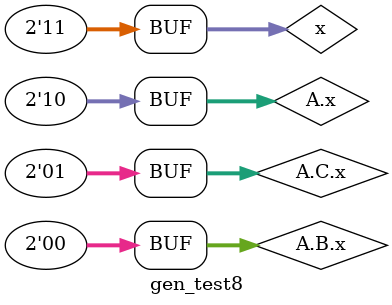
<source format=v>

module gen_test1(clk, a, b, y);

input clk;
input [7:0] a, b;
output reg [7:0] y;

genvar i, j;
wire [15:0] tmp1;

generate

	for (i = 0; i < 8; i = i + 1) begin:gen1
		wire and_wire, or_wire;
		assign and_wire = a[i] & b[i];
		assign or_wire = a[i] | b[i];
		if (i % 2 == 0) begin:gen2true
			assign tmp1[i] = and_wire;
			assign tmp1[i+8] = or_wire;
		end else begin:gen2false
			assign tmp1[i] = or_wire;
			assign tmp1[i+8] = and_wire;
		end
	end

	for (i = 0; i < 8; i = i + 1) begin:gen3
		wire [4:0] tmp2;
		for (j = 0; j <= 4; j = j + 1) begin:gen4
			wire tmpbuf;
			assign tmpbuf = tmp1[i+2*j];
			assign tmp2[j] = tmpbuf;
		end
		always @(posedge clk)
			y[i] <= ^tmp2;
	end

endgenerate

endmodule

// ------------------------------------------

module gen_test2(clk, a, b, y);

input clk;
input [7:0] a, b;
output reg [8:0] y;

integer i;
reg [8:0] carry;

always @(posedge clk) begin
	carry[0] = 0;
	for (i = 0; i < 8; i = i + 1) begin
		casez ({a[i], b[i], carry[i]})
			3'b?11, 3'b1?1, 3'b11?:
				carry[i+1] = 1;
			default:
				carry[i+1] = 0;
		endcase
		y[i] = a[i] ^ b[i] ^ carry[i];
	end
	y[8] = carry[8];
end

endmodule

// ------------------------------------------

module gen_test3(a, b, sel, y, z);

input [3:0] a, b;
input sel;
output [3:0] y, z;

genvar i;
generate
	for (i=0; i < 2; i=i+1)
		assign y[i] = sel ? a[i] : b[i], z[i] = sel ? b[i] : a[i];
	for (i=0; i < 2; i=i+1) begin
		if (i == 0)
			assign y[2] = sel ? a[2] : b[2];
		else
			assign z[2] = sel ? a[2] : b[2];
		case (i)
		default:
			assign z[3] = sel ? a[3] : b[3];
		0:
			assign y[3] = sel ? a[3] : b[3];
		endcase
	end
endgenerate
endmodule

// ------------------------------------------

module gen_test4(a, b);

input [3:0] a;
output [3:0] b;

genvar i;
generate
	for (i=0; i < 3; i=i+1) begin : foo
		localparam PREV = i - 1;
		wire temp;
		if (i == 0)
			assign temp = a[0];
		else
			assign temp = foo[PREV].temp & a[i];
		assign b[i] = temp;
	end
endgenerate
endmodule

// ------------------------------------------

module gen_test5(input_bits, out);

parameter WIDTH = 256;
parameter CHUNK = 4;

input [WIDTH-1:0] input_bits;
output out;

genvar step, i, j;
generate
	for (step = 1; step <= WIDTH; step = step * CHUNK) begin : steps
		localparam PREV = step / CHUNK;
		localparam DIM = WIDTH / step;
		for (i = 0; i < DIM; i = i + 1) begin : outer
			localparam LAST_START = i * CHUNK;
			for (j = 0; j < CHUNK; j = j + 1) begin : inner
				wire temp;
				if (step == 1)
					assign temp = input_bits[i];
				else if (j == 0)
					assign temp = steps[PREV].outer[LAST_START].val;
				else
					assign temp
						= steps[step].outer[i].inner[j-1].temp
						& steps[PREV].outer[LAST_START + j].val;
			end
			wire val;
			assign val = steps[step].outer[i].inner[CHUNK - 1].temp;
		end
	end
endgenerate
assign out = steps[WIDTH].outer[0].val;
endmodule

// ------------------------------------------

module gen_test6(output [3:0] o);
generate
    genvar i;
    for (i = 3; i >= 0; i = i-1) begin
        assign o[i] = 1'b0;
    end
endgenerate
endmodule

// ------------------------------------------

module gen_test7;
	reg [2:0] out1;
	reg [2:0] out2;
	wire [2:0] out3;
	generate
		begin : cond
			reg [2:0] sub_out1;
			reg [2:0] sub_out2;
			wire [2:0] sub_out3;
			initial begin : init
				reg signed [31:0] x;
				x = 2 ** 2;
				out1 = x;
				sub_out1 = x;
			end
			always @* begin : proc
				reg signed [31:0] x;
				x = 2 ** 1;
				out2 = x;
				sub_out2 = x;
			end
			genvar x;
			for (x = 0; x < 3; x = x + 1) begin
				assign out3[x] = 1;
				assign sub_out3[x] = 1;
			end
		end
	endgenerate

// `define VERIFY
`ifdef VERIFY
	assert property (out1 == 4);
	assert property (out2 == 2);
	assert property (out3 == 7);
	assert property (cond.sub_out1 == 4);
	assert property (cond.sub_out2 == 2);
	assert property (cond.sub_out3 == 7);
`endif
endmodule

// ------------------------------------------

module gen_test8;

// `define VERIFY
`ifdef VERIFY
	`define ASSERT(expr) assert property (expr);
`else
	`define ASSERT(expr)
`endif

	wire [1:0] x = 2'b11;
	generate
		begin : A
			wire [1:0] x;
			begin : B
				wire [1:0] x = 2'b00;
				`ASSERT(x == 0)
				`ASSERT(A.x == 2)
				`ASSERT(A.C.x == 1)
				`ASSERT(A.B.x == 0)
				`ASSERT(gen_test8.x == 3)
				`ASSERT(gen_test8.A.x == 2)
				`ASSERT(gen_test8.A.C.x == 1)
				`ASSERT(gen_test8.A.B.x == 0)
			end
			begin : C
				wire [1:0] x = 2'b01;
				`ASSERT(x == 1)
				`ASSERT(A.x == 2)
				`ASSERT(A.C.x == 1)
				`ASSERT(A.B.x == 0)
				`ASSERT(gen_test8.x == 3)
				`ASSERT(gen_test8.A.x == 2)
				`ASSERT(gen_test8.A.C.x == 1)
				`ASSERT(gen_test8.A.B.x == 0)
			end
			assign x = B.x ^ 2'b11 ^ C.x;
			`ASSERT(x == 2)
			`ASSERT(A.x == 2)
			`ASSERT(A.C.x == 1)
			`ASSERT(A.B.x == 0)
			`ASSERT(gen_test8.x == 3)
			`ASSERT(gen_test8.A.x == 2)
			`ASSERT(gen_test8.A.C.x == 1)
			`ASSERT(gen_test8.A.B.x == 0)
		end
	endgenerate

	`ASSERT(x == 3)
	`ASSERT(A.x == 2)
	`ASSERT(A.C.x == 1)
	`ASSERT(A.B.x == 0)
	`ASSERT(gen_test8.x == 3)
	`ASSERT(gen_test8.A.x == 2)
	`ASSERT(gen_test8.A.C.x == 1)
	`ASSERT(gen_test8.A.B.x == 0)
endmodule

</source>
